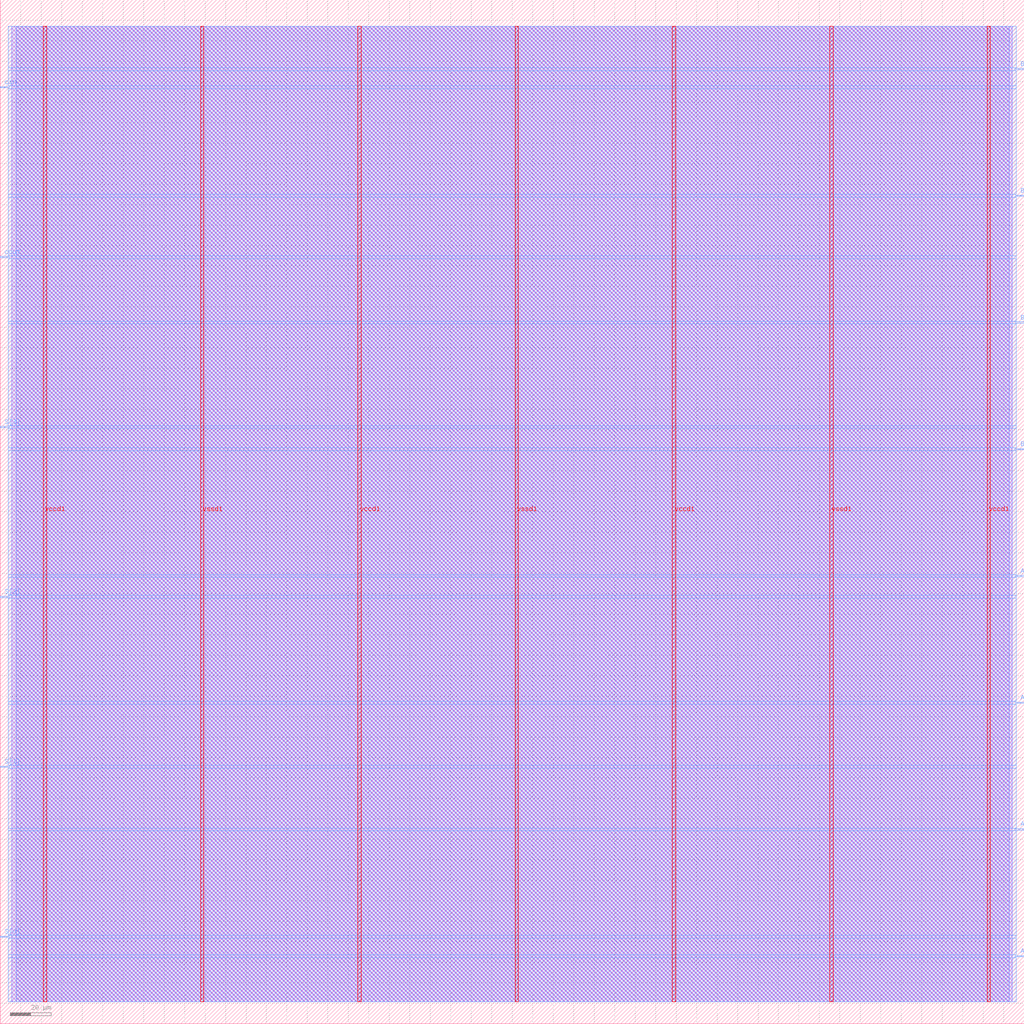
<source format=lef>
VERSION 5.7 ;
  NOWIREEXTENSIONATPIN ON ;
  DIVIDERCHAR "/" ;
  BUSBITCHARS "[]" ;
MACRO cla
  CLASS BLOCK ;
  FOREIGN cla ;
  ORIGIN 0.000 0.000 ;
  SIZE 500.000 BY 500.000 ;
  PIN A[0]
    DIRECTION INPUT ;
    USE SIGNAL ;
    PORT
      LAYER met3 ;
        RECT 496.000 32.680 500.000 33.280 ;
    END
  END A[0]
  PIN A[1]
    DIRECTION INPUT ;
    USE SIGNAL ;
    PORT
      LAYER met3 ;
        RECT 496.000 94.560 500.000 95.160 ;
    END
  END A[1]
  PIN A[2]
    DIRECTION INPUT ;
    USE SIGNAL ;
    PORT
      LAYER met3 ;
        RECT 496.000 156.440 500.000 157.040 ;
    END
  END A[2]
  PIN A[3]
    DIRECTION INPUT ;
    USE SIGNAL ;
    PORT
      LAYER met3 ;
        RECT 496.000 218.320 500.000 218.920 ;
    END
  END A[3]
  PIN B[0]
    DIRECTION INPUT ;
    USE SIGNAL ;
    PORT
      LAYER met3 ;
        RECT 496.000 280.200 500.000 280.800 ;
    END
  END B[0]
  PIN B[1]
    DIRECTION INPUT ;
    USE SIGNAL ;
    PORT
      LAYER met3 ;
        RECT 496.000 342.080 500.000 342.680 ;
    END
  END B[1]
  PIN B[2]
    DIRECTION INPUT ;
    USE SIGNAL ;
    PORT
      LAYER met3 ;
        RECT 496.000 403.960 500.000 404.560 ;
    END
  END B[2]
  PIN B[3]
    DIRECTION INPUT ;
    USE SIGNAL ;
    PORT
      LAYER met3 ;
        RECT 496.000 465.840 500.000 466.440 ;
    END
  END B[3]
  PIN S[0]
    DIRECTION OUTPUT TRISTATE ;
    USE SIGNAL ;
    PORT
      LAYER met3 ;
        RECT 0.000 42.200 4.000 42.800 ;
    END
  END S[0]
  PIN S[1]
    DIRECTION OUTPUT TRISTATE ;
    USE SIGNAL ;
    PORT
      LAYER met3 ;
        RECT 0.000 125.160 4.000 125.760 ;
    END
  END S[1]
  PIN S[2]
    DIRECTION OUTPUT TRISTATE ;
    USE SIGNAL ;
    PORT
      LAYER met3 ;
        RECT 0.000 208.120 4.000 208.720 ;
    END
  END S[2]
  PIN S[3]
    DIRECTION OUTPUT TRISTATE ;
    USE SIGNAL ;
    PORT
      LAYER met3 ;
        RECT 0.000 291.080 4.000 291.680 ;
    END
  END S[3]
  PIN cin
    DIRECTION INPUT ;
    USE SIGNAL ;
    PORT
      LAYER met3 ;
        RECT 0.000 457.000 4.000 457.600 ;
    END
  END cin
  PIN cout
    DIRECTION OUTPUT TRISTATE ;
    USE SIGNAL ;
    PORT
      LAYER met3 ;
        RECT 0.000 374.040 4.000 374.640 ;
    END
  END cout
  PIN vccd1
    DIRECTION INOUT ;
    USE POWER ;
    PORT
      LAYER met4 ;
        RECT 21.040 10.640 22.640 487.120 ;
    END
    PORT
      LAYER met4 ;
        RECT 174.640 10.640 176.240 487.120 ;
    END
    PORT
      LAYER met4 ;
        RECT 328.240 10.640 329.840 487.120 ;
    END
    PORT
      LAYER met4 ;
        RECT 481.840 10.640 483.440 487.120 ;
    END
  END vccd1
  PIN vssd1
    DIRECTION INOUT ;
    USE GROUND ;
    PORT
      LAYER met4 ;
        RECT 97.840 10.640 99.440 487.120 ;
    END
    PORT
      LAYER met4 ;
        RECT 251.440 10.640 253.040 487.120 ;
    END
    PORT
      LAYER met4 ;
        RECT 405.040 10.640 406.640 487.120 ;
    END
  END vssd1
  OBS
      LAYER li1 ;
        RECT 5.520 10.795 494.040 486.965 ;
      LAYER met1 ;
        RECT 5.520 10.640 494.040 487.120 ;
      LAYER met2 ;
        RECT 7.910 10.695 492.560 487.065 ;
      LAYER met3 ;
        RECT 4.000 466.840 496.000 487.045 ;
        RECT 4.000 465.440 495.600 466.840 ;
        RECT 4.000 458.000 496.000 465.440 ;
        RECT 4.400 456.600 496.000 458.000 ;
        RECT 4.000 404.960 496.000 456.600 ;
        RECT 4.000 403.560 495.600 404.960 ;
        RECT 4.000 375.040 496.000 403.560 ;
        RECT 4.400 373.640 496.000 375.040 ;
        RECT 4.000 343.080 496.000 373.640 ;
        RECT 4.000 341.680 495.600 343.080 ;
        RECT 4.000 292.080 496.000 341.680 ;
        RECT 4.400 290.680 496.000 292.080 ;
        RECT 4.000 281.200 496.000 290.680 ;
        RECT 4.000 279.800 495.600 281.200 ;
        RECT 4.000 219.320 496.000 279.800 ;
        RECT 4.000 217.920 495.600 219.320 ;
        RECT 4.000 209.120 496.000 217.920 ;
        RECT 4.400 207.720 496.000 209.120 ;
        RECT 4.000 157.440 496.000 207.720 ;
        RECT 4.000 156.040 495.600 157.440 ;
        RECT 4.000 126.160 496.000 156.040 ;
        RECT 4.400 124.760 496.000 126.160 ;
        RECT 4.000 95.560 496.000 124.760 ;
        RECT 4.000 94.160 495.600 95.560 ;
        RECT 4.000 43.200 496.000 94.160 ;
        RECT 4.400 41.800 496.000 43.200 ;
        RECT 4.000 33.680 496.000 41.800 ;
        RECT 4.000 32.280 495.600 33.680 ;
        RECT 4.000 10.715 496.000 32.280 ;
  END
END cla
END LIBRARY


</source>
